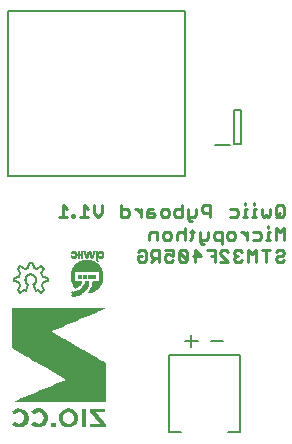
<source format=gbr>
G04 EAGLE Gerber RS-274X export*
G75*
%MOMM*%
%FSLAX34Y34*%
%LPD*%
%INSilkscreen Bottom*%
%IPPOS*%
%AMOC8*
5,1,8,0,0,1.08239X$1,22.5*%
G01*
%ADD10C,0.254000*%
%ADD11C,0.177800*%
%ADD12C,0.127000*%
%ADD13C,0.200000*%
%ADD14C,0.152400*%
%ADD15R,0.220000X0.020000*%
%ADD16R,0.200000X0.020000*%
%ADD17R,0.210000X0.020000*%
%ADD18R,0.250000X0.020000*%
%ADD19R,0.300000X0.020000*%
%ADD20R,0.190000X0.020000*%
%ADD21R,0.340000X0.020000*%
%ADD22R,0.320000X0.010000*%
%ADD23R,0.200000X0.010000*%
%ADD24R,0.210000X0.010000*%
%ADD25R,0.220000X0.010000*%
%ADD26R,0.190000X0.010000*%
%ADD27R,0.360000X0.010000*%
%ADD28R,0.350000X0.010000*%
%ADD29R,0.400000X0.010000*%
%ADD30R,0.370000X0.010000*%
%ADD31R,0.240000X0.010000*%
%ADD32R,0.420000X0.010000*%
%ADD33R,0.600000X0.010000*%
%ADD34R,0.440000X0.010000*%
%ADD35R,0.610000X0.010000*%
%ADD36R,0.250000X0.010000*%
%ADD37R,0.180000X0.010000*%
%ADD38R,0.470000X0.010000*%
%ADD39R,0.620000X0.010000*%
%ADD40R,0.260000X0.010000*%
%ADD41R,0.480000X0.010000*%
%ADD42R,0.630000X0.010000*%
%ADD43R,0.500000X0.010000*%
%ADD44R,0.640000X0.010000*%
%ADD45R,0.510000X0.010000*%
%ADD46R,0.270000X0.010000*%
%ADD47R,0.520000X0.010000*%
%ADD48R,0.650000X0.010000*%
%ADD49R,0.280000X0.010000*%
%ADD50R,0.540000X0.010000*%
%ADD51R,0.660000X0.010000*%
%ADD52R,0.290000X0.010000*%
%ADD53R,0.530000X0.010000*%
%ADD54R,0.310000X0.010000*%
%ADD55R,0.300000X0.010000*%
%ADD56R,0.140000X0.010000*%
%ADD57R,0.100000X0.010000*%
%ADD58R,0.230000X0.010000*%
%ADD59R,0.080000X0.010000*%
%ADD60R,0.050000X0.010000*%
%ADD61R,0.020000X0.010000*%
%ADD62R,0.330000X0.010000*%
%ADD63R,0.330000X0.020000*%
%ADD64R,0.180000X0.020000*%
%ADD65R,0.160000X0.020000*%
%ADD66R,0.170000X0.020000*%
%ADD67R,0.430000X0.020000*%
%ADD68R,0.160000X0.010000*%
%ADD69R,0.430000X0.010000*%
%ADD70R,0.170000X0.010000*%
%ADD71R,0.150000X0.010000*%
%ADD72R,0.340000X0.010000*%
%ADD73R,0.040000X0.010000*%
%ADD74R,0.070000X0.010000*%
%ADD75R,0.650000X0.020000*%
%ADD76R,0.290000X0.020000*%
%ADD77R,0.280000X0.020000*%
%ADD78R,0.540000X0.020000*%
%ADD79R,0.640000X0.020000*%
%ADD80R,0.270000X0.020000*%
%ADD81R,0.500000X0.020000*%
%ADD82R,0.630000X0.020000*%
%ADD83R,0.260000X0.020000*%
%ADD84R,0.480000X0.020000*%
%ADD85R,0.610000X0.020000*%
%ADD86R,0.440000X0.020000*%
%ADD87R,0.590000X0.010000*%
%ADD88R,0.390000X0.010000*%
%ADD89R,0.130000X0.010000*%
%ADD90R,0.130000X0.020000*%
%ADD91R,0.470000X0.020000*%
%ADD92R,0.670000X0.020000*%
%ADD93R,0.750000X0.010000*%
%ADD94R,0.810000X0.010000*%
%ADD95R,0.890000X0.010000*%
%ADD96R,0.930000X0.010000*%
%ADD97R,0.990000X0.010000*%
%ADD98R,1.030000X0.010000*%
%ADD99R,1.070000X0.010000*%
%ADD100R,1.130000X0.010000*%
%ADD101R,1.170000X0.010000*%
%ADD102R,1.230000X0.010000*%
%ADD103R,1.250000X0.010000*%
%ADD104R,1.300000X0.010000*%
%ADD105R,1.330000X0.010000*%
%ADD106R,1.350000X0.010000*%
%ADD107R,1.400000X0.010000*%
%ADD108R,1.430000X0.010000*%
%ADD109R,1.470000X0.010000*%
%ADD110R,1.510000X0.010000*%
%ADD111R,1.530000X0.010000*%
%ADD112R,1.570000X0.010000*%
%ADD113R,1.590000X0.010000*%
%ADD114R,1.610000X0.010000*%
%ADD115R,1.630000X0.010000*%
%ADD116R,1.670000X0.010000*%
%ADD117R,1.710000X0.010000*%
%ADD118R,1.730000X0.010000*%
%ADD119R,1.750000X0.010000*%
%ADD120R,1.770000X0.010000*%
%ADD121R,1.790000X0.010000*%
%ADD122R,1.810000X0.010000*%
%ADD123R,1.830000X0.010000*%
%ADD124R,1.870000X0.010000*%
%ADD125R,1.890000X0.010000*%
%ADD126R,1.910000X0.010000*%
%ADD127R,1.930000X0.010000*%
%ADD128R,1.950000X0.010000*%
%ADD129R,1.970000X0.010000*%
%ADD130R,1.980000X0.010000*%
%ADD131R,2.010000X0.010000*%
%ADD132R,2.030000X0.010000*%
%ADD133R,2.050000X0.010000*%
%ADD134R,2.070000X0.010000*%
%ADD135R,2.080000X0.010000*%
%ADD136R,2.100000X0.010000*%
%ADD137R,2.110000X0.010000*%
%ADD138R,2.130000X0.010000*%
%ADD139R,2.150000X0.010000*%
%ADD140R,2.170000X0.010000*%
%ADD141R,2.190000X0.010000*%
%ADD142R,2.210000X0.010000*%
%ADD143R,2.230000X0.010000*%
%ADD144R,2.240000X0.010000*%
%ADD145R,2.250000X0.010000*%
%ADD146R,2.270000X0.010000*%
%ADD147R,2.290000X0.010000*%
%ADD148R,2.300000X0.010000*%
%ADD149R,2.310000X0.010000*%
%ADD150R,2.330000X0.010000*%
%ADD151R,2.350000X0.010000*%
%ADD152R,2.370000X0.010000*%
%ADD153R,2.390000X0.010000*%
%ADD154R,2.410000X0.010000*%
%ADD155R,2.420000X0.010000*%
%ADD156R,2.430000X0.010000*%
%ADD157R,2.450000X0.010000*%
%ADD158R,2.470000X0.010000*%
%ADD159R,2.490000X0.010000*%
%ADD160R,2.510000X0.010000*%
%ADD161R,2.530000X0.010000*%
%ADD162R,2.540000X0.010000*%
%ADD163R,2.550000X0.010000*%
%ADD164R,2.560000X0.010000*%
%ADD165R,2.570000X0.010000*%
%ADD166R,2.580000X0.010000*%
%ADD167R,2.590000X0.010000*%
%ADD168R,2.600000X0.010000*%
%ADD169R,2.610000X0.010000*%
%ADD170R,2.630000X0.010000*%
%ADD171R,2.640000X0.010000*%
%ADD172R,2.650000X0.010000*%
%ADD173R,2.670000X0.010000*%
%ADD174R,0.380000X0.010000*%
%ADD175R,0.830000X0.010000*%
%ADD176R,0.880000X0.010000*%
%ADD177R,0.870000X0.010000*%
%ADD178R,0.820000X0.010000*%
%ADD179R,0.850000X0.010000*%
%ADD180R,0.800000X0.010000*%
%ADD181R,0.790000X0.010000*%
%ADD182R,0.770000X0.010000*%
%ADD183R,0.730000X0.010000*%
%ADD184R,0.720000X0.010000*%
%ADD185R,0.780000X0.010000*%
%ADD186R,0.700000X0.010000*%
%ADD187R,0.670000X0.010000*%
%ADD188R,0.760000X0.010000*%
%ADD189R,0.410000X0.010000*%
%ADD190R,0.570000X0.010000*%
%ADD191R,0.710000X0.010000*%
%ADD192R,0.690000X0.010000*%
%ADD193R,0.680000X0.010000*%
%ADD194R,0.450000X0.010000*%
%ADD195R,0.460000X0.010000*%
%ADD196R,0.120000X0.010000*%
%ADD197R,0.580000X0.010000*%
%ADD198R,0.560000X0.010000*%
%ADD199R,0.550000X0.010000*%
%ADD200R,0.490000X0.010000*%
%ADD201R,1.000000X0.010000*%
%ADD202R,0.980000X0.010000*%
%ADD203R,0.950000X0.010000*%
%ADD204R,0.940000X0.010000*%
%ADD205R,0.920000X0.010000*%
%ADD206R,0.860000X0.010000*%

G36*
X243699Y162162D02*
X243699Y162162D01*
X243698Y162162D01*
X243699Y162163D01*
X243696Y164553D01*
X243691Y166940D01*
X243688Y169329D01*
X243683Y171719D01*
X243680Y174106D01*
X243675Y176495D01*
X243672Y178882D01*
X243672Y178885D01*
X243667Y181272D01*
X243664Y183662D01*
X243662Y186049D01*
X243656Y188438D01*
X243654Y190825D01*
X243648Y193215D01*
X243646Y195602D01*
X243641Y195608D01*
X243640Y195612D01*
X241338Y196946D01*
X239036Y198279D01*
X236737Y199613D01*
X232134Y202280D01*
X229835Y203613D01*
X225232Y206280D01*
X222933Y207614D01*
X220631Y208947D01*
X218324Y210286D01*
X216018Y211622D01*
X213713Y212958D01*
X211406Y214297D01*
X209099Y215636D01*
X206795Y216972D01*
X204488Y218311D01*
X202184Y219650D01*
X199877Y220991D01*
X197596Y222324D01*
X199990Y223360D01*
X202415Y224389D01*
X204839Y225416D01*
X207266Y226440D01*
X209693Y227461D01*
X212120Y228483D01*
X214547Y229502D01*
X216976Y230523D01*
X219403Y231539D01*
X221710Y232507D01*
X224014Y233476D01*
X226321Y234441D01*
X228626Y235409D01*
X230933Y236375D01*
X233237Y237343D01*
X235544Y238311D01*
X237848Y239279D01*
X240155Y240247D01*
X242459Y241215D01*
X242460Y241215D01*
X243638Y241717D01*
X243641Y241722D01*
X243645Y241726D01*
X243644Y241728D01*
X243645Y241731D01*
X243638Y241734D01*
X243634Y241740D01*
X238332Y241740D01*
X235681Y241742D01*
X211824Y241742D01*
X209173Y241745D01*
X187971Y241745D01*
X185320Y241748D01*
X164114Y241748D01*
X164103Y241737D01*
X164103Y241736D01*
X164102Y241736D01*
X164105Y239343D01*
X164110Y236948D01*
X164113Y234556D01*
X164118Y232161D01*
X164121Y229769D01*
X164124Y227374D01*
X164129Y224979D01*
X164132Y222587D01*
X164137Y220192D01*
X164140Y217799D01*
X164145Y215404D01*
X164148Y213012D01*
X164153Y210617D01*
X164156Y208222D01*
X164161Y208216D01*
X164162Y208212D01*
X166458Y206884D01*
X168752Y205553D01*
X171048Y204225D01*
X173344Y202894D01*
X175638Y201563D01*
X177934Y200235D01*
X180228Y198904D01*
X182524Y197573D01*
X184820Y196245D01*
X187114Y194914D01*
X194019Y190914D01*
X196320Y189577D01*
X200924Y186910D01*
X203223Y185574D01*
X205524Y184241D01*
X207823Y182902D01*
X210102Y181575D01*
X207678Y180520D01*
X205222Y179478D01*
X202768Y178440D01*
X200312Y177403D01*
X197853Y176368D01*
X195394Y175333D01*
X192935Y174301D01*
X190476Y173269D01*
X188171Y172303D01*
X185864Y171335D01*
X183558Y170367D01*
X181251Y169402D01*
X178946Y168434D01*
X176639Y167465D01*
X174332Y166500D01*
X172028Y165532D01*
X169721Y164564D01*
X167417Y163596D01*
X165737Y162889D01*
X164056Y162182D01*
X164054Y162177D01*
X164049Y162173D01*
X164051Y162171D01*
X164050Y162168D01*
X164056Y162165D01*
X164061Y162159D01*
X169368Y162159D01*
X172022Y162156D01*
X206528Y162156D01*
X209181Y162154D01*
X241033Y162154D01*
X243687Y162151D01*
X243699Y162162D01*
G37*
G36*
X212484Y141010D02*
X212484Y141010D01*
X213873Y141079D01*
X213875Y141081D01*
X213876Y141080D01*
X216061Y141829D01*
X216062Y141831D01*
X216064Y141831D01*
X217963Y143140D01*
X217963Y143142D01*
X217965Y143142D01*
X219421Y144932D01*
X219421Y144934D01*
X219423Y144935D01*
X220295Y147069D01*
X220294Y147071D01*
X220296Y147072D01*
X220477Y149091D01*
X220476Y149092D01*
X220477Y149093D01*
X220248Y151104D01*
X220246Y151106D01*
X220247Y151108D01*
X219220Y153404D01*
X219218Y153405D01*
X219218Y153407D01*
X217562Y155301D01*
X217560Y155301D01*
X217559Y155303D01*
X216028Y156242D01*
X216027Y156242D01*
X216027Y156243D01*
X214357Y156912D01*
X214355Y156911D01*
X214354Y156913D01*
X212484Y157084D01*
X212170Y157113D01*
X212168Y157112D01*
X212167Y157113D01*
X209980Y156921D01*
X209979Y156919D01*
X209977Y156920D01*
X208099Y156155D01*
X208099Y156153D01*
X208097Y156154D01*
X206417Y155023D01*
X206416Y155021D01*
X206415Y155021D01*
X204990Y153332D01*
X204990Y153330D01*
X204988Y153329D01*
X204122Y151300D01*
X204122Y151298D01*
X204121Y151296D01*
X203857Y149102D01*
X203858Y149100D01*
X203857Y149099D01*
X203998Y147286D01*
X204000Y147284D01*
X203999Y147282D01*
X204623Y145576D01*
X204625Y145575D01*
X204624Y145573D01*
X205891Y143653D01*
X205893Y143652D01*
X205893Y143650D01*
X207653Y142173D01*
X207656Y142173D01*
X207656Y142171D01*
X209766Y141248D01*
X209768Y141249D01*
X209769Y141247D01*
X211812Y140975D01*
X211813Y140976D01*
X211814Y140975D01*
X212484Y141010D01*
G37*
G36*
X243699Y141258D02*
X243699Y141258D01*
X243698Y141258D01*
X243699Y141259D01*
X243694Y142566D01*
X243688Y143873D01*
X243685Y143877D01*
X243685Y143881D01*
X242259Y145534D01*
X239405Y148841D01*
X237978Y150495D01*
X235141Y153782D01*
X237177Y153795D01*
X239241Y153809D01*
X241303Y153822D01*
X243367Y153838D01*
X243379Y153849D01*
X243378Y153849D01*
X243379Y153850D01*
X243379Y156832D01*
X243368Y156844D01*
X243368Y156843D01*
X243367Y156844D01*
X230565Y156844D01*
X230554Y156833D01*
X230554Y156832D01*
X230553Y156832D01*
X230553Y154322D01*
X230557Y154318D01*
X230556Y154314D01*
X231994Y152645D01*
X233431Y150975D01*
X234866Y149303D01*
X236304Y147633D01*
X237739Y145964D01*
X239159Y144311D01*
X238522Y144303D01*
X238520Y144303D01*
X237563Y144291D01*
X237561Y144291D01*
X237043Y144285D01*
X236604Y144279D01*
X236602Y144279D01*
X235645Y144267D01*
X235643Y144267D01*
X235642Y144267D01*
X234902Y144258D01*
X234686Y144255D01*
X234684Y144255D01*
X233728Y144243D01*
X233726Y144243D01*
X232770Y144232D01*
X232768Y144232D01*
X232768Y144231D01*
X232760Y144231D01*
X231811Y144220D01*
X231809Y144220D01*
X230852Y144208D01*
X230850Y144208D01*
X230619Y144205D01*
X230607Y144194D01*
X230607Y144193D01*
X230577Y142726D01*
X230548Y141259D01*
X230558Y141247D01*
X230559Y141248D01*
X230560Y141247D01*
X243687Y141247D01*
X243699Y141258D01*
G37*
G36*
X188662Y141090D02*
X188662Y141090D01*
X188664Y141092D01*
X188666Y141091D01*
X190986Y141949D01*
X190987Y141952D01*
X190989Y141951D01*
X192931Y143482D01*
X192931Y143484D01*
X192933Y143485D01*
X194304Y145544D01*
X194304Y145546D01*
X194305Y145546D01*
X194868Y147221D01*
X194868Y147222D01*
X194867Y147223D01*
X194869Y147224D01*
X194997Y148993D01*
X194996Y148994D01*
X194997Y148994D01*
X194842Y150923D01*
X194840Y150924D01*
X194841Y150926D01*
X194156Y152731D01*
X194154Y152732D01*
X194155Y152734D01*
X193011Y154497D01*
X193008Y154497D01*
X193008Y154499D01*
X191411Y155862D01*
X191409Y155862D01*
X191408Y155864D01*
X189504Y156755D01*
X189502Y156754D01*
X189502Y156755D01*
X188163Y157081D01*
X188161Y157080D01*
X188160Y157081D01*
X187931Y157084D01*
X187929Y157084D01*
X187049Y157096D01*
X187047Y157096D01*
X186781Y157100D01*
X186781Y157099D01*
X186781Y157100D01*
X186629Y157096D01*
X186628Y157096D01*
X186126Y157084D01*
X186125Y157084D01*
X185623Y157072D01*
X185621Y157072D01*
X185431Y157068D01*
X185430Y157067D01*
X185429Y157067D01*
X184112Y156801D01*
X184111Y156800D01*
X184110Y156800D01*
X182632Y156211D01*
X182631Y156209D01*
X182630Y156210D01*
X181313Y155321D01*
X181312Y155318D01*
X181309Y155318D01*
X180829Y154552D01*
X180831Y154543D01*
X180830Y154538D01*
X181819Y153376D01*
X181820Y153375D01*
X182844Y152239D01*
X182850Y152238D01*
X182851Y152237D01*
X182856Y152237D01*
X182856Y152238D01*
X182860Y152237D01*
X182860Y152238D01*
X183451Y152672D01*
X185177Y153654D01*
X187138Y153915D01*
X188571Y153617D01*
X189797Y152820D01*
X190995Y151101D01*
X191404Y149047D01*
X190995Y146990D01*
X189797Y145274D01*
X188561Y144473D01*
X187114Y144176D01*
X185145Y144407D01*
X183427Y145414D01*
X182735Y145954D01*
X182719Y145953D01*
X181625Y144868D01*
X180535Y143780D01*
X180534Y143776D01*
X180534Y143775D01*
X180534Y143764D01*
X180535Y143764D01*
X180535Y143763D01*
X181039Y143246D01*
X181040Y143246D01*
X181040Y143245D01*
X182253Y142266D01*
X182255Y142266D01*
X182255Y142265D01*
X183620Y141510D01*
X183623Y141511D01*
X183624Y141509D01*
X186115Y140981D01*
X186116Y140982D01*
X186118Y140980D01*
X188662Y141090D01*
G37*
G36*
X171636Y141004D02*
X171636Y141004D01*
X171637Y141006D01*
X171639Y141005D01*
X173983Y141722D01*
X173984Y141724D01*
X173986Y141724D01*
X176067Y143153D01*
X176067Y143156D01*
X176069Y143156D01*
X177574Y145180D01*
X177573Y145183D01*
X177575Y145184D01*
X178378Y147579D01*
X178377Y147581D01*
X178379Y147582D01*
X178435Y150105D01*
X178433Y150107D01*
X178434Y150107D01*
X178433Y150107D01*
X178434Y150109D01*
X177728Y152533D01*
X177725Y152535D01*
X177726Y152537D01*
X176299Y154617D01*
X176297Y154617D01*
X176297Y154619D01*
X174392Y156129D01*
X174390Y156129D01*
X174389Y156131D01*
X172112Y156976D01*
X172109Y156975D01*
X172108Y156977D01*
X169681Y157134D01*
X169680Y157133D01*
X169678Y157134D01*
X167078Y156638D01*
X167076Y156636D01*
X167074Y156637D01*
X164775Y155327D01*
X164774Y155324D01*
X164772Y155324D01*
X164238Y154612D01*
X164239Y154600D01*
X164239Y154597D01*
X165255Y153402D01*
X166303Y152239D01*
X166319Y152237D01*
X167023Y152744D01*
X168407Y153572D01*
X169980Y153915D01*
X171927Y153665D01*
X173541Y152551D01*
X174709Y150350D01*
X174730Y147855D01*
X173610Y145628D01*
X172100Y144513D01*
X170254Y144154D01*
X168447Y144468D01*
X166868Y145416D01*
X166181Y145944D01*
X166165Y145943D01*
X165135Y144911D01*
X165135Y144910D01*
X164105Y143761D01*
X164105Y143745D01*
X164106Y143745D01*
X164106Y143744D01*
X165813Y142178D01*
X165816Y142178D01*
X165816Y142176D01*
X167643Y141344D01*
X167645Y141345D01*
X167646Y141343D01*
X169622Y140965D01*
X169624Y140966D01*
X169625Y140964D01*
X171636Y141004D01*
G37*
%LPC*%
G36*
X213035Y144281D02*
X213035Y144281D01*
X212657Y144293D01*
X212483Y144298D01*
X212247Y144306D01*
X211875Y144318D01*
X211874Y144318D01*
X211502Y144330D01*
X211130Y144341D01*
X211129Y144341D01*
X210758Y144353D01*
X210757Y144353D01*
X210740Y144354D01*
X208575Y145793D01*
X207598Y147794D01*
X207553Y150018D01*
X208447Y152053D01*
X210155Y153476D01*
X212171Y153942D01*
X212481Y153876D01*
X214198Y153506D01*
X215820Y152221D01*
X216784Y150047D01*
X216685Y147671D01*
X215520Y145602D01*
X213325Y144272D01*
X213035Y144281D01*
G37*
%LPD*%
G36*
X227166Y141258D02*
X227166Y141258D01*
X227165Y141258D01*
X227166Y141259D01*
X227166Y156832D01*
X227156Y156844D01*
X227155Y156843D01*
X227154Y156844D01*
X223740Y156844D01*
X223729Y156833D01*
X223729Y156832D01*
X223729Y141259D01*
X223739Y141247D01*
X223740Y141248D01*
X223740Y141247D01*
X227154Y141247D01*
X227166Y141258D01*
G37*
G36*
X201246Y141258D02*
X201246Y141258D01*
X201245Y141258D01*
X201246Y141259D01*
X201246Y144780D01*
X201235Y144791D01*
X201234Y144791D01*
X197607Y144791D01*
X197595Y144781D01*
X197595Y144780D01*
X197595Y141259D01*
X197605Y141247D01*
X197606Y141248D01*
X197607Y141247D01*
X201234Y141247D01*
X201246Y141258D01*
G37*
D10*
X394386Y320681D02*
X394386Y327460D01*
X392691Y329155D01*
X389302Y329155D01*
X387607Y327460D01*
X387607Y320681D01*
X389302Y318986D01*
X392691Y318986D01*
X394386Y320681D01*
X390996Y322376D02*
X387607Y318986D01*
X382692Y320681D02*
X382692Y325765D01*
X382692Y320681D02*
X380997Y318986D01*
X379302Y320681D01*
X377608Y318986D01*
X375913Y320681D01*
X375913Y325765D01*
X370998Y325765D02*
X369303Y325765D01*
X369303Y318986D01*
X367609Y318986D02*
X370998Y318986D01*
X369303Y329155D02*
X369303Y330849D01*
X363202Y325765D02*
X361507Y325765D01*
X361507Y318986D01*
X359813Y318986D02*
X363202Y318986D01*
X361507Y329155D02*
X361507Y330849D01*
X353711Y325765D02*
X348627Y325765D01*
X353711Y325765D02*
X355406Y324070D01*
X355406Y320681D01*
X353711Y318986D01*
X348627Y318986D01*
X332018Y318986D02*
X332018Y329155D01*
X326934Y329155D01*
X325239Y327460D01*
X325239Y324070D01*
X326934Y322376D01*
X332018Y322376D01*
X320324Y320681D02*
X320324Y325765D01*
X320324Y320681D02*
X318629Y318986D01*
X313545Y318986D01*
X313545Y317291D02*
X313545Y325765D01*
X313545Y317291D02*
X315240Y315596D01*
X316935Y315596D01*
X308630Y318986D02*
X308630Y329155D01*
X308630Y318986D02*
X303546Y318986D01*
X301851Y320681D01*
X301851Y324070D01*
X303546Y325765D01*
X308630Y325765D01*
X295242Y318986D02*
X291852Y318986D01*
X290157Y320681D01*
X290157Y324070D01*
X291852Y325765D01*
X295242Y325765D01*
X296936Y324070D01*
X296936Y320681D01*
X295242Y318986D01*
X283548Y325765D02*
X280158Y325765D01*
X278463Y324070D01*
X278463Y318986D01*
X283548Y318986D01*
X285242Y320681D01*
X283548Y322376D01*
X278463Y322376D01*
X273548Y318986D02*
X273548Y325765D01*
X273548Y322376D02*
X270159Y325765D01*
X268464Y325765D01*
X257024Y329155D02*
X257024Y318986D01*
X262109Y318986D01*
X263803Y320681D01*
X263803Y324070D01*
X262109Y325765D01*
X257024Y325765D01*
X240415Y329155D02*
X240415Y322376D01*
X237026Y318986D01*
X233636Y322376D01*
X233636Y329155D01*
X228721Y325765D02*
X225332Y329155D01*
X225332Y318986D01*
X228721Y318986D02*
X221942Y318986D01*
X217028Y318986D02*
X217028Y320681D01*
X215333Y320681D01*
X215333Y318986D01*
X217028Y318986D01*
X211181Y325765D02*
X207791Y329155D01*
X207791Y318986D01*
X211181Y318986D02*
X204401Y318986D01*
X394386Y310105D02*
X394386Y299936D01*
X390996Y306715D02*
X394386Y310105D01*
X390996Y306715D02*
X387607Y310105D01*
X387607Y299936D01*
X382692Y306715D02*
X380997Y306715D01*
X380997Y299936D01*
X382692Y299936D02*
X379302Y299936D01*
X380997Y310105D02*
X380997Y311799D01*
X373201Y306715D02*
X368117Y306715D01*
X373201Y306715D02*
X374896Y305020D01*
X374896Y301631D01*
X373201Y299936D01*
X368117Y299936D01*
X363202Y299936D02*
X363202Y306715D01*
X363202Y303326D02*
X359813Y306715D01*
X358118Y306715D01*
X351762Y299936D02*
X348373Y299936D01*
X346678Y301631D01*
X346678Y305020D01*
X348373Y306715D01*
X351762Y306715D01*
X353457Y305020D01*
X353457Y301631D01*
X351762Y299936D01*
X341763Y296546D02*
X341763Y306715D01*
X336679Y306715D01*
X334984Y305020D01*
X334984Y301631D01*
X336679Y299936D01*
X341763Y299936D01*
X330069Y301631D02*
X330069Y306715D01*
X330069Y301631D02*
X328374Y299936D01*
X323290Y299936D01*
X323290Y298241D02*
X323290Y306715D01*
X323290Y298241D02*
X324985Y296546D01*
X326680Y296546D01*
X316680Y301631D02*
X316680Y308410D01*
X316680Y301631D02*
X314986Y299936D01*
X314986Y306715D02*
X318375Y306715D01*
X310579Y310105D02*
X310579Y299936D01*
X310579Y305020D02*
X308884Y306715D01*
X305495Y306715D01*
X303800Y305020D01*
X303800Y299936D01*
X297191Y299936D02*
X293801Y299936D01*
X292106Y301631D01*
X292106Y305020D01*
X293801Y306715D01*
X297191Y306715D01*
X298885Y305020D01*
X298885Y301631D01*
X297191Y299936D01*
X287191Y299936D02*
X287191Y306715D01*
X282107Y306715D01*
X280412Y305020D01*
X280412Y299936D01*
X387607Y289360D02*
X389302Y291055D01*
X392691Y291055D01*
X394386Y289360D01*
X394386Y287665D01*
X392691Y285970D01*
X389302Y285970D01*
X387607Y284276D01*
X387607Y282581D01*
X389302Y280886D01*
X392691Y280886D01*
X394386Y282581D01*
X379302Y280886D02*
X379302Y291055D01*
X375913Y291055D02*
X382692Y291055D01*
X370998Y291055D02*
X370998Y280886D01*
X367609Y287665D02*
X370998Y291055D01*
X367609Y287665D02*
X364219Y291055D01*
X364219Y280886D01*
X359304Y289360D02*
X357609Y291055D01*
X354220Y291055D01*
X352525Y289360D01*
X352525Y287665D01*
X354220Y285970D01*
X355915Y285970D01*
X354220Y285970D02*
X352525Y284276D01*
X352525Y282581D01*
X354220Y280886D01*
X357609Y280886D01*
X359304Y282581D01*
X347610Y280886D02*
X340831Y280886D01*
X347610Y280886D02*
X340831Y287665D01*
X340831Y289360D01*
X342526Y291055D01*
X345915Y291055D01*
X347610Y289360D01*
X335916Y291055D02*
X335916Y280886D01*
X335916Y291055D02*
X329137Y291055D01*
X332527Y285970D02*
X335916Y285970D01*
X319138Y280886D02*
X319138Y291055D01*
X324222Y285970D01*
X317443Y285970D01*
X312528Y282581D02*
X312528Y289360D01*
X310833Y291055D01*
X307444Y291055D01*
X305749Y289360D01*
X305749Y282581D01*
X307444Y280886D01*
X310833Y280886D01*
X312528Y282581D01*
X305749Y289360D01*
X300834Y291055D02*
X294055Y291055D01*
X300834Y291055D02*
X300834Y285970D01*
X297445Y287665D01*
X295750Y287665D01*
X294055Y285970D01*
X294055Y282581D01*
X295750Y280886D01*
X299139Y280886D01*
X300834Y282581D01*
X289140Y280886D02*
X289140Y291055D01*
X284056Y291055D01*
X282361Y289360D01*
X282361Y285970D01*
X284056Y284276D01*
X289140Y284276D01*
X285751Y284276D02*
X282361Y280886D01*
X272362Y291055D02*
X270667Y289360D01*
X272362Y291055D02*
X275752Y291055D01*
X277446Y289360D01*
X277446Y282581D01*
X275752Y280886D01*
X272362Y280886D01*
X270667Y282581D01*
X270667Y285970D01*
X274057Y285970D01*
D11*
X310938Y214345D02*
X321615Y214345D01*
X316276Y219683D02*
X316276Y209006D01*
X332528Y214345D02*
X343205Y214345D01*
D12*
X310706Y353606D02*
X310706Y493606D01*
X277706Y493606D01*
X168706Y493606D01*
X160706Y493606D01*
X160706Y353606D01*
X310706Y353606D01*
D13*
X357584Y201948D02*
X357584Y136948D01*
X357584Y201948D02*
X297584Y201948D01*
X297584Y136948D01*
X347584Y136948D02*
X357584Y136948D01*
X307584Y136948D02*
X297584Y136948D01*
X352016Y380686D02*
X358016Y380686D01*
X358016Y409686D01*
X352016Y409686D01*
X352016Y380686D01*
X348516Y380186D02*
X336516Y380186D01*
D14*
X182296Y262090D02*
X184836Y256248D01*
X186106Y257010D01*
X189154Y254978D01*
X191440Y257264D01*
X189408Y260566D01*
X190678Y263868D01*
X194488Y264630D01*
X194488Y267932D01*
X190678Y268440D01*
X189154Y271742D01*
X191440Y275044D01*
X189154Y277330D01*
X185852Y275044D01*
X182804Y276314D01*
X182042Y280378D01*
X178740Y280378D01*
X177978Y276314D01*
X174930Y275044D01*
X171374Y277330D01*
X169088Y275044D01*
X171374Y271742D01*
X170104Y268694D01*
X166294Y267932D01*
X166294Y264630D01*
X169850Y263868D01*
X171374Y260566D01*
X169088Y257264D01*
X171374Y254978D01*
X174422Y257010D01*
X175946Y256248D01*
X178232Y262090D01*
X178113Y262152D01*
X177995Y262217D01*
X177880Y262286D01*
X177766Y262358D01*
X177655Y262434D01*
X177546Y262513D01*
X177439Y262595D01*
X177335Y262680D01*
X177234Y262768D01*
X177135Y262859D01*
X177039Y262953D01*
X176946Y263050D01*
X176855Y263149D01*
X176768Y263251D01*
X176683Y263356D01*
X176602Y263463D01*
X176524Y263573D01*
X176450Y263685D01*
X176378Y263799D01*
X176310Y263915D01*
X176246Y264033D01*
X176185Y264152D01*
X176127Y264274D01*
X176073Y264397D01*
X176023Y264522D01*
X175977Y264648D01*
X175934Y264776D01*
X175895Y264904D01*
X175860Y265034D01*
X175829Y265165D01*
X175802Y265297D01*
X175778Y265429D01*
X175759Y265562D01*
X175743Y265696D01*
X175732Y265829D01*
X175724Y265964D01*
X175720Y266098D01*
X175721Y266233D01*
X175725Y266367D01*
X175733Y266501D01*
X175746Y266635D01*
X175762Y266769D01*
X175782Y266901D01*
X175806Y267034D01*
X175834Y267165D01*
X175866Y267296D01*
X175902Y267426D01*
X175941Y267554D01*
X175984Y267681D01*
X176031Y267807D01*
X176082Y267932D01*
X176137Y268055D01*
X176195Y268176D01*
X176256Y268295D01*
X176321Y268413D01*
X176390Y268529D01*
X176462Y268642D01*
X176537Y268754D01*
X176616Y268863D01*
X176697Y268970D01*
X176782Y269074D01*
X176870Y269176D01*
X176961Y269275D01*
X177055Y269371D01*
X177152Y269465D01*
X177251Y269555D01*
X177353Y269643D01*
X177457Y269728D01*
X177564Y269809D01*
X177674Y269887D01*
X177785Y269962D01*
X177899Y270034D01*
X178015Y270102D01*
X178133Y270167D01*
X178252Y270228D01*
X178374Y270286D01*
X178497Y270340D01*
X178621Y270391D01*
X178747Y270437D01*
X178875Y270480D01*
X179003Y270520D01*
X179133Y270555D01*
X179264Y270587D01*
X179395Y270614D01*
X179528Y270638D01*
X179661Y270658D01*
X179794Y270674D01*
X179928Y270686D01*
X180062Y270694D01*
X180197Y270698D01*
X180331Y270698D01*
X180466Y270694D01*
X180600Y270686D01*
X180734Y270674D01*
X180867Y270658D01*
X181000Y270638D01*
X181133Y270614D01*
X181264Y270587D01*
X181395Y270555D01*
X181525Y270520D01*
X181653Y270480D01*
X181781Y270437D01*
X181907Y270391D01*
X182031Y270340D01*
X182154Y270286D01*
X182276Y270228D01*
X182395Y270167D01*
X182513Y270102D01*
X182629Y270034D01*
X182743Y269962D01*
X182854Y269887D01*
X182964Y269809D01*
X183071Y269728D01*
X183175Y269643D01*
X183277Y269555D01*
X183376Y269465D01*
X183473Y269371D01*
X183567Y269275D01*
X183658Y269176D01*
X183746Y269074D01*
X183831Y268970D01*
X183912Y268863D01*
X183991Y268754D01*
X184066Y268642D01*
X184138Y268529D01*
X184207Y268413D01*
X184272Y268295D01*
X184333Y268176D01*
X184391Y268055D01*
X184446Y267932D01*
X184497Y267807D01*
X184544Y267681D01*
X184587Y267554D01*
X184626Y267426D01*
X184662Y267296D01*
X184694Y267165D01*
X184722Y267034D01*
X184746Y266901D01*
X184766Y266769D01*
X184782Y266635D01*
X184795Y266501D01*
X184803Y266367D01*
X184807Y266233D01*
X184808Y266098D01*
X184804Y265964D01*
X184796Y265829D01*
X184785Y265696D01*
X184769Y265562D01*
X184750Y265429D01*
X184726Y265297D01*
X184699Y265165D01*
X184668Y265034D01*
X184633Y264904D01*
X184594Y264776D01*
X184551Y264648D01*
X184505Y264522D01*
X184455Y264397D01*
X184401Y264274D01*
X184343Y264152D01*
X184282Y264033D01*
X184218Y263915D01*
X184150Y263799D01*
X184078Y263685D01*
X184004Y263573D01*
X183926Y263463D01*
X183845Y263356D01*
X183760Y263251D01*
X183673Y263149D01*
X183582Y263050D01*
X183489Y262953D01*
X183393Y262859D01*
X183294Y262768D01*
X183193Y262680D01*
X183089Y262595D01*
X182982Y262513D01*
X182873Y262434D01*
X182762Y262358D01*
X182648Y262286D01*
X182533Y262217D01*
X182415Y262152D01*
X182296Y262090D01*
D15*
X239678Y289626D03*
D16*
X236678Y289626D03*
X234278Y289626D03*
X229978Y289626D03*
X225678Y289626D03*
D17*
X223428Y289626D03*
X220928Y289626D03*
D18*
X216628Y289626D03*
D19*
X239778Y289426D03*
D16*
X236678Y289426D03*
X234278Y289426D03*
D15*
X229978Y289426D03*
D20*
X225728Y289426D03*
D16*
X223378Y289426D03*
D17*
X220928Y289426D03*
D21*
X216578Y289426D03*
D22*
X239778Y289276D03*
D23*
X236678Y289276D03*
D24*
X234228Y289276D03*
D25*
X229978Y289276D03*
D26*
X225728Y289276D03*
D23*
X223378Y289276D03*
D24*
X220928Y289276D03*
D27*
X216578Y289276D03*
D28*
X239728Y289176D03*
D23*
X236678Y289176D03*
X234178Y289176D03*
D25*
X229978Y289176D03*
D26*
X225728Y289176D03*
D23*
X223378Y289176D03*
D24*
X220928Y289176D03*
D29*
X216578Y289176D03*
D30*
X239728Y289076D03*
D24*
X236728Y289076D03*
D23*
X234178Y289076D03*
D31*
X229978Y289076D03*
D26*
X225828Y289076D03*
D23*
X223378Y289076D03*
D24*
X220928Y289076D03*
D32*
X216578Y289076D03*
D33*
X238678Y288976D03*
D24*
X234128Y288976D03*
D31*
X229978Y288976D03*
D26*
X225828Y288976D03*
D23*
X223378Y288976D03*
D24*
X220928Y288976D03*
D34*
X216578Y288976D03*
D35*
X238728Y288876D03*
D23*
X234078Y288876D03*
D36*
X229928Y288876D03*
D37*
X225878Y288876D03*
D23*
X223378Y288876D03*
D24*
X220928Y288876D03*
D38*
X216628Y288876D03*
D39*
X238778Y288776D03*
D23*
X234078Y288776D03*
D40*
X229978Y288776D03*
D26*
X225928Y288776D03*
D23*
X223378Y288776D03*
D24*
X220928Y288776D03*
D41*
X216578Y288776D03*
D42*
X238828Y288676D03*
D23*
X233978Y288676D03*
D40*
X229978Y288676D03*
D26*
X225928Y288676D03*
D23*
X223378Y288676D03*
D24*
X220928Y288676D03*
D43*
X216578Y288676D03*
D44*
X238878Y288576D03*
D23*
X233978Y288576D03*
D40*
X229978Y288576D03*
D37*
X225978Y288576D03*
D23*
X223378Y288576D03*
D24*
X220928Y288576D03*
D45*
X216628Y288576D03*
D44*
X238878Y288476D03*
D23*
X233978Y288476D03*
D46*
X229928Y288476D03*
D26*
X226028Y288476D03*
D23*
X223378Y288476D03*
D24*
X220928Y288476D03*
D47*
X216578Y288476D03*
D48*
X238928Y288376D03*
D26*
X233928Y288376D03*
D49*
X229978Y288376D03*
D26*
X226028Y288376D03*
D23*
X223378Y288376D03*
D24*
X220928Y288376D03*
D50*
X216578Y288376D03*
D48*
X238928Y288276D03*
D26*
X233928Y288276D03*
D49*
X229978Y288276D03*
D37*
X226078Y288276D03*
D23*
X223378Y288276D03*
D24*
X220928Y288276D03*
D50*
X216678Y288276D03*
D51*
X238978Y288176D03*
D26*
X233828Y288176D03*
D52*
X229928Y288176D03*
D37*
X226078Y288176D03*
D23*
X223378Y288176D03*
D24*
X220928Y288176D03*
D53*
X216728Y288176D03*
D49*
X240878Y288076D03*
D54*
X237228Y288076D03*
D26*
X233828Y288076D03*
D52*
X229928Y288076D03*
D26*
X226128Y288076D03*
D23*
X223378Y288076D03*
D24*
X220928Y288076D03*
D49*
X218078Y288076D03*
D23*
X215278Y288076D03*
D36*
X241028Y287976D03*
D49*
X237078Y287976D03*
D26*
X233828Y287976D03*
D55*
X229978Y287976D03*
D37*
X226178Y287976D03*
D23*
X223378Y287976D03*
D24*
X220928Y287976D03*
D31*
X218278Y287976D03*
D56*
X215178Y287976D03*
D31*
X241178Y287876D03*
D40*
X236978Y287876D03*
D26*
X233728Y287876D03*
D54*
X229928Y287876D03*
D26*
X226228Y287876D03*
D23*
X223378Y287876D03*
D24*
X220928Y287876D03*
D31*
X218378Y287876D03*
D57*
X215178Y287876D03*
D58*
X241228Y287776D03*
D36*
X236928Y287776D03*
D26*
X233728Y287776D03*
D54*
X229928Y287776D03*
D26*
X226228Y287776D03*
D23*
X223378Y287776D03*
D24*
X220928Y287776D03*
D58*
X218428Y287776D03*
D59*
X215178Y287776D03*
D25*
X241278Y287676D03*
D31*
X236878Y287676D03*
D26*
X233728Y287676D03*
D22*
X229978Y287676D03*
D37*
X226278Y287676D03*
D23*
X223378Y287676D03*
D24*
X220928Y287676D03*
D58*
X218528Y287676D03*
D60*
X215228Y287676D03*
D58*
X241328Y287576D03*
D31*
X236878Y287576D03*
D37*
X233678Y287576D03*
D22*
X229978Y287576D03*
D37*
X226278Y287576D03*
D23*
X223378Y287576D03*
D24*
X220928Y287576D03*
D25*
X218578Y287576D03*
D61*
X215178Y287576D03*
D25*
X241378Y287476D03*
D58*
X236828Y287476D03*
D26*
X233628Y287476D03*
D22*
X229978Y287476D03*
D37*
X226378Y287476D03*
D23*
X223378Y287476D03*
D24*
X220928Y287476D03*
D25*
X218578Y287476D03*
D24*
X241428Y287376D03*
D25*
X236778Y287376D03*
D37*
X233578Y287376D03*
D62*
X229928Y287376D03*
D37*
X226378Y287376D03*
D23*
X223378Y287376D03*
D24*
X220928Y287376D03*
X218628Y287376D03*
D17*
X241428Y287326D03*
D15*
X236778Y287326D03*
D20*
X233528Y287326D03*
D63*
X229928Y287326D03*
D64*
X226378Y287326D03*
D16*
X223378Y287326D03*
D17*
X220928Y287326D03*
X218628Y287326D03*
D16*
X241478Y287126D03*
D17*
X236728Y287126D03*
D20*
X233528Y287126D03*
D65*
X230878Y287126D03*
D66*
X229028Y287126D03*
D64*
X226478Y287126D03*
D16*
X223378Y287126D03*
D17*
X220928Y287126D03*
D16*
X218678Y287126D03*
X241578Y286926D03*
X236678Y286926D03*
D20*
X233428Y286926D03*
D66*
X230928Y286926D03*
X229028Y286926D03*
D64*
X226578Y286926D03*
D16*
X223378Y286926D03*
D67*
X219828Y286926D03*
D23*
X241578Y286776D03*
X236678Y286776D03*
D26*
X233428Y286776D03*
D68*
X230978Y286776D03*
X228978Y286776D03*
D37*
X226578Y286776D03*
D23*
X223378Y286776D03*
D69*
X219828Y286776D03*
D23*
X241578Y286676D03*
X236678Y286676D03*
D37*
X233378Y286676D03*
D70*
X231028Y286676D03*
D68*
X228978Y286676D03*
D70*
X226628Y286676D03*
D23*
X223378Y286676D03*
D69*
X219828Y286676D03*
D23*
X241578Y286576D03*
X236678Y286576D03*
D26*
X233328Y286576D03*
D68*
X231078Y286576D03*
D70*
X228928Y286576D03*
X226628Y286576D03*
D23*
X223378Y286576D03*
D69*
X219828Y286576D03*
D23*
X241578Y286476D03*
X236678Y286476D03*
D26*
X233328Y286476D03*
D71*
X231128Y286476D03*
D68*
X228878Y286476D03*
D70*
X226628Y286476D03*
D23*
X223378Y286476D03*
D69*
X219828Y286476D03*
D23*
X241578Y286376D03*
X236678Y286376D03*
D26*
X233228Y286376D03*
D71*
X231128Y286376D03*
D70*
X228828Y286376D03*
X226728Y286376D03*
D23*
X223378Y286376D03*
D69*
X219828Y286376D03*
D23*
X241478Y286276D03*
X236678Y286276D03*
D26*
X233228Y286276D03*
D68*
X231178Y286276D03*
D70*
X228828Y286276D03*
X226728Y286276D03*
D23*
X223378Y286276D03*
D25*
X220878Y286276D03*
D23*
X218678Y286276D03*
X241478Y286176D03*
D24*
X236728Y286176D03*
D37*
X233178Y286176D03*
D70*
X231228Y286176D03*
X228828Y286176D03*
D68*
X226778Y286176D03*
D23*
X223378Y286176D03*
D24*
X220928Y286176D03*
D23*
X218678Y286176D03*
X241478Y286076D03*
D24*
X236728Y286076D03*
D37*
X233178Y286076D03*
D70*
X231228Y286076D03*
X228728Y286076D03*
X226828Y286076D03*
D23*
X223378Y286076D03*
D24*
X220928Y286076D03*
X218628Y286076D03*
X241428Y285976D03*
D25*
X236778Y285976D03*
D28*
X232228Y285976D03*
D70*
X228728Y285976D03*
X226828Y285976D03*
D23*
X223378Y285976D03*
D24*
X220928Y285976D03*
X218628Y285976D03*
X241428Y285876D03*
D25*
X236778Y285876D03*
D28*
X232228Y285876D03*
D70*
X228728Y285876D03*
D37*
X226878Y285876D03*
D23*
X223378Y285876D03*
D24*
X220928Y285876D03*
D25*
X218578Y285876D03*
X241378Y285776D03*
X236778Y285776D03*
D72*
X232278Y285776D03*
D28*
X227728Y285776D03*
D23*
X223378Y285776D03*
D24*
X220928Y285776D03*
D25*
X218578Y285776D03*
D73*
X215178Y285776D03*
D24*
X241328Y285676D03*
D58*
X236828Y285676D03*
D62*
X232228Y285676D03*
D72*
X227778Y285676D03*
D23*
X223378Y285676D03*
D24*
X220928Y285676D03*
D58*
X218528Y285676D03*
D74*
X215128Y285676D03*
D25*
X241278Y285576D03*
D31*
X236878Y285576D03*
D62*
X232228Y285576D03*
X227728Y285576D03*
D23*
X223378Y285576D03*
D24*
X220928Y285576D03*
D58*
X218428Y285576D03*
D57*
X215078Y285576D03*
D58*
X241228Y285476D03*
D36*
X236928Y285476D03*
D22*
X232178Y285476D03*
X227778Y285476D03*
D23*
X223378Y285476D03*
D24*
X220928Y285476D03*
D31*
X218378Y285476D03*
D56*
X215078Y285476D03*
D25*
X241178Y285376D03*
D36*
X236928Y285376D03*
D22*
X232178Y285376D03*
X227778Y285376D03*
D23*
X223378Y285376D03*
D24*
X220928Y285376D03*
D36*
X218228Y285376D03*
D68*
X215078Y285376D03*
D31*
X241078Y285276D03*
D46*
X237028Y285276D03*
D54*
X232228Y285276D03*
D22*
X227778Y285276D03*
D23*
X223378Y285276D03*
D24*
X220928Y285276D03*
D50*
X216778Y285276D03*
D36*
X241028Y285176D03*
D49*
X237078Y285176D03*
D54*
X232228Y285176D03*
D55*
X227778Y285176D03*
D23*
X223378Y285176D03*
D24*
X220928Y285176D03*
D50*
X216678Y285176D03*
D75*
X238928Y285026D03*
D76*
X232228Y285026D03*
D77*
X227778Y285026D03*
D16*
X223378Y285026D03*
D17*
X220928Y285026D03*
D78*
X216578Y285026D03*
D79*
X238878Y284826D03*
D77*
X232178Y284826D03*
D80*
X227828Y284826D03*
D16*
X223378Y284826D03*
D17*
X220928Y284826D03*
D81*
X216578Y284826D03*
D82*
X238828Y284626D03*
D80*
X232228Y284626D03*
D83*
X227778Y284626D03*
D16*
X223378Y284626D03*
D17*
X220928Y284626D03*
D84*
X216578Y284626D03*
D85*
X238728Y284426D03*
D83*
X232178Y284426D03*
D18*
X227828Y284426D03*
D16*
X223378Y284426D03*
D17*
X220928Y284426D03*
D86*
X216578Y284426D03*
D33*
X238678Y284276D03*
D36*
X232228Y284276D03*
D31*
X227878Y284276D03*
D23*
X223378Y284276D03*
D24*
X220928Y284276D03*
D32*
X216578Y284276D03*
D87*
X238628Y284176D03*
D58*
X232228Y284176D03*
X227828Y284176D03*
D23*
X223378Y284176D03*
D24*
X220928Y284176D03*
D88*
X216528Y284176D03*
D28*
X239728Y284076D03*
D24*
X236728Y284076D03*
D25*
X232178Y284076D03*
D58*
X227828Y284076D03*
D23*
X223378Y284076D03*
D24*
X220928Y284076D03*
D72*
X216578Y284076D03*
D62*
X239728Y283976D03*
D23*
X236678Y283976D03*
D25*
X232178Y283976D03*
D58*
X227828Y283976D03*
D23*
X223378Y283976D03*
D24*
X220928Y283976D03*
D55*
X216578Y283976D03*
D52*
X239728Y283876D03*
D23*
X236678Y283876D03*
D25*
X232178Y283876D03*
D24*
X227828Y283876D03*
D23*
X223378Y283876D03*
D24*
X220928Y283876D03*
D40*
X216578Y283876D03*
X239678Y283776D03*
D23*
X236678Y283776D03*
X232178Y283776D03*
D24*
X227828Y283776D03*
D23*
X223378Y283776D03*
D24*
X220928Y283776D03*
D26*
X216528Y283776D03*
D31*
X239678Y283676D03*
D23*
X236678Y283676D03*
X232178Y283676D03*
X227878Y283676D03*
D26*
X223328Y283676D03*
D23*
X220978Y283676D03*
D89*
X216628Y283676D03*
D37*
X239678Y283576D03*
D23*
X236678Y283576D03*
D57*
X239678Y283476D03*
D23*
X236678Y283476D03*
X236678Y283376D03*
X236678Y283276D03*
X236678Y283176D03*
X236678Y283076D03*
X236678Y282976D03*
X236678Y282876D03*
X236678Y282776D03*
X236678Y282676D03*
X236678Y282576D03*
D16*
X236678Y282526D03*
X236678Y282326D03*
D90*
X227828Y282326D03*
D16*
X236678Y282126D03*
D91*
X227828Y282126D03*
D16*
X236678Y281926D03*
D92*
X227828Y281926D03*
D23*
X236678Y281776D03*
D93*
X227828Y281776D03*
D23*
X236678Y281676D03*
D94*
X227828Y281676D03*
D23*
X236678Y281576D03*
D95*
X227828Y281576D03*
D26*
X236728Y281476D03*
D96*
X227828Y281476D03*
D97*
X227828Y281376D03*
D98*
X227828Y281276D03*
D99*
X227828Y281176D03*
D100*
X227828Y281076D03*
D101*
X227828Y280976D03*
D102*
X227828Y280876D03*
D103*
X227828Y280776D03*
D104*
X227878Y280676D03*
D105*
X227828Y280576D03*
D106*
X227828Y280476D03*
D107*
X227778Y280376D03*
D108*
X227828Y280276D03*
D109*
X227828Y280176D03*
D110*
X227828Y280076D03*
D111*
X227828Y279976D03*
D112*
X227828Y279876D03*
D113*
X227828Y279776D03*
D114*
X227828Y279676D03*
D115*
X227828Y279576D03*
D116*
X227828Y279476D03*
D117*
X227828Y279376D03*
D118*
X227828Y279276D03*
D119*
X227828Y279176D03*
D120*
X227828Y279076D03*
D121*
X227828Y278976D03*
D122*
X227828Y278876D03*
D123*
X227828Y278776D03*
D124*
X227828Y278676D03*
D125*
X227828Y278576D03*
D126*
X227828Y278476D03*
D127*
X227828Y278376D03*
D128*
X227828Y278276D03*
D129*
X227828Y278176D03*
D130*
X227778Y278076D03*
D131*
X227828Y277976D03*
D132*
X227828Y277876D03*
D133*
X227828Y277776D03*
D134*
X227828Y277676D03*
D135*
X227878Y277576D03*
D136*
X227878Y277476D03*
D137*
X227828Y277376D03*
D138*
X227828Y277276D03*
D139*
X227828Y277176D03*
D140*
X227828Y277076D03*
D141*
X227828Y276976D03*
D142*
X227828Y276876D03*
X227828Y276776D03*
D143*
X227828Y276676D03*
D144*
X227878Y276576D03*
D145*
X227828Y276476D03*
D146*
X227828Y276376D03*
D147*
X227828Y276276D03*
D148*
X227778Y276176D03*
D149*
X227828Y276076D03*
D150*
X227828Y275976D03*
X227828Y275876D03*
D151*
X227828Y275776D03*
D152*
X227828Y275676D03*
X227828Y275576D03*
D153*
X227828Y275476D03*
D154*
X227828Y275376D03*
X227828Y275276D03*
D155*
X227878Y275176D03*
D156*
X227828Y275076D03*
D157*
X227828Y274976D03*
X227828Y274876D03*
D158*
X227828Y274776D03*
X227828Y274676D03*
D159*
X227828Y274576D03*
D160*
X227828Y274476D03*
X227828Y274376D03*
X227828Y274276D03*
D161*
X227828Y274176D03*
D162*
X227878Y274076D03*
D163*
X227828Y273976D03*
X227828Y273876D03*
D164*
X227878Y273776D03*
D165*
X227828Y273676D03*
D166*
X227878Y273576D03*
X227878Y273476D03*
D167*
X227828Y273376D03*
D168*
X227778Y273276D03*
D169*
X227828Y273176D03*
X227828Y273076D03*
X227828Y272976D03*
D170*
X227828Y272876D03*
D171*
X227778Y272776D03*
D172*
X227828Y272676D03*
X227828Y272576D03*
X227828Y272476D03*
D173*
X227828Y272376D03*
X227828Y272276D03*
D72*
X239578Y272176D03*
D27*
X216278Y272176D03*
D62*
X239628Y272076D03*
D27*
X216178Y272076D03*
D22*
X239678Y271976D03*
D27*
X216178Y271976D03*
D22*
X239678Y271876D03*
D27*
X216178Y271876D03*
D22*
X239678Y271776D03*
D28*
X216128Y271776D03*
D62*
X239728Y271676D03*
D27*
X216078Y271676D03*
D62*
X239728Y271576D03*
D27*
X216078Y271576D03*
D62*
X239728Y271476D03*
D27*
X216078Y271476D03*
D72*
X239778Y271376D03*
D27*
X216078Y271376D03*
D72*
X239778Y271276D03*
D27*
X216078Y271276D03*
D72*
X239778Y271176D03*
D27*
X216078Y271176D03*
D72*
X239778Y271076D03*
D27*
X216078Y271076D03*
D72*
X239778Y270976D03*
D30*
X216028Y270976D03*
D28*
X239828Y270776D03*
D30*
X216028Y270776D03*
D28*
X239828Y270576D03*
D174*
X215978Y270576D03*
D28*
X239828Y270476D03*
D174*
X215978Y270476D03*
D28*
X239828Y270276D03*
D174*
X215978Y270276D03*
D28*
X239828Y270076D03*
D174*
X215978Y270076D03*
D27*
X239878Y269876D03*
D88*
X215928Y269876D03*
D27*
X239878Y269676D03*
D88*
X215928Y269676D03*
D27*
X239878Y269476D03*
D31*
X234078Y269476D03*
D40*
X229978Y269476D03*
D46*
X225928Y269476D03*
D40*
X221978Y269476D03*
D88*
X215928Y269476D03*
D27*
X239878Y269276D03*
D46*
X234128Y269276D03*
X230028Y269276D03*
D49*
X225978Y269276D03*
X221978Y269276D03*
D88*
X215928Y269276D03*
D27*
X239878Y269076D03*
D46*
X234128Y269076D03*
X230028Y269076D03*
D49*
X225978Y269076D03*
X221978Y269076D03*
D88*
X215928Y269076D03*
D30*
X239928Y268876D03*
D46*
X234128Y268876D03*
X230028Y268876D03*
D49*
X225978Y268876D03*
X221978Y268876D03*
D29*
X215878Y268876D03*
D30*
X239928Y268676D03*
D46*
X234128Y268676D03*
X230028Y268676D03*
D49*
X225978Y268676D03*
X221978Y268676D03*
D29*
X215878Y268676D03*
D30*
X239928Y268476D03*
D46*
X234128Y268476D03*
X230028Y268476D03*
D49*
X225978Y268476D03*
X221978Y268476D03*
D29*
X215878Y268476D03*
D30*
X239928Y268276D03*
D46*
X234128Y268276D03*
X230028Y268276D03*
D49*
X225978Y268276D03*
X221978Y268276D03*
D29*
X215878Y268276D03*
D30*
X239928Y268076D03*
D46*
X234128Y268076D03*
X230028Y268076D03*
D49*
X225978Y268076D03*
X221978Y268076D03*
D29*
X215878Y268076D03*
D30*
X239928Y267876D03*
D46*
X234128Y267876D03*
X230028Y267876D03*
D49*
X225978Y267876D03*
X221978Y267876D03*
D29*
X215878Y267876D03*
D30*
X239928Y267776D03*
D46*
X234128Y267776D03*
X230028Y267776D03*
D49*
X225978Y267776D03*
X221978Y267776D03*
D88*
X215928Y267776D03*
D27*
X239878Y267576D03*
D46*
X234128Y267576D03*
X230028Y267576D03*
D49*
X225978Y267576D03*
X221978Y267576D03*
D88*
X215928Y267576D03*
D27*
X239878Y267376D03*
D46*
X234128Y267376D03*
X230028Y267376D03*
D49*
X225978Y267376D03*
X221978Y267376D03*
D88*
X215928Y267376D03*
D27*
X239878Y267176D03*
D40*
X234078Y267176D03*
D46*
X230028Y267176D03*
D49*
X225978Y267176D03*
D46*
X221928Y267176D03*
D88*
X215928Y267176D03*
D27*
X239878Y266976D03*
D40*
X234078Y266976D03*
D46*
X230028Y266976D03*
D49*
X225978Y266976D03*
D40*
X221978Y266976D03*
D88*
X215928Y266976D03*
D28*
X239828Y266776D03*
D88*
X215928Y266776D03*
D28*
X239828Y266576D03*
D174*
X215978Y266576D03*
D28*
X239828Y266376D03*
D174*
X215978Y266376D03*
D28*
X239828Y266176D03*
D174*
X215978Y266176D03*
D28*
X239828Y265976D03*
D174*
X215978Y265976D03*
D28*
X239828Y265776D03*
D30*
X216028Y265776D03*
D72*
X239778Y265576D03*
D30*
X216028Y265576D03*
D72*
X239778Y265376D03*
D27*
X216078Y265376D03*
D62*
X239728Y265276D03*
D27*
X216078Y265276D03*
D62*
X239728Y265076D03*
D27*
X216078Y265076D03*
D22*
X239678Y264876D03*
D28*
X216128Y264876D03*
D22*
X239678Y264676D03*
D28*
X216128Y264676D03*
D22*
X239678Y264476D03*
D72*
X216178Y264476D03*
D62*
X239528Y264276D03*
D28*
X216228Y264276D03*
D175*
X236928Y264076D03*
D27*
X228078Y264076D03*
D176*
X218978Y264076D03*
D175*
X236928Y263876D03*
D174*
X228078Y263876D03*
D176*
X218978Y263876D03*
D175*
X236828Y263676D03*
D174*
X227978Y263676D03*
D177*
X219028Y263676D03*
D178*
X236778Y263476D03*
D174*
X227978Y263476D03*
D179*
X219028Y263476D03*
D94*
X236728Y263276D03*
D88*
X227928Y263276D03*
D175*
X219028Y263276D03*
D178*
X236678Y263076D03*
D88*
X227928Y263076D03*
D94*
X219028Y263076D03*
X236628Y262876D03*
D88*
X227928Y262876D03*
D94*
X219028Y262876D03*
D180*
X236578Y262776D03*
D88*
X227828Y262776D03*
D181*
X219028Y262776D03*
D180*
X236478Y262576D03*
D88*
X227728Y262576D03*
D182*
X219028Y262576D03*
D181*
X236428Y262376D03*
D88*
X227728Y262376D03*
D93*
X219028Y262376D03*
D181*
X236328Y262176D03*
D29*
X227678Y262176D03*
D183*
X219028Y262176D03*
D181*
X236328Y261976D03*
D88*
X227628Y261976D03*
D184*
X218978Y261976D03*
D185*
X236178Y261776D03*
D29*
X227578Y261776D03*
D186*
X218978Y261776D03*
D185*
X236178Y261576D03*
D29*
X227478Y261576D03*
D187*
X219028Y261576D03*
D188*
X236078Y261376D03*
D29*
X227378Y261376D03*
D48*
X219028Y261376D03*
D188*
X235978Y261176D03*
D189*
X227328Y261176D03*
D39*
X218978Y261176D03*
D188*
X235878Y260976D03*
D189*
X227228Y260976D03*
D33*
X218978Y260976D03*
D93*
X235828Y260776D03*
D189*
X227128Y260776D03*
D190*
X218928Y260776D03*
D183*
X235728Y260576D03*
D189*
X227028Y260576D03*
D53*
X218928Y260576D03*
D183*
X235628Y260376D03*
D69*
X226928Y260376D03*
D43*
X218878Y260376D03*
D183*
X235528Y260176D03*
D69*
X226828Y260176D03*
D38*
X218828Y260176D03*
D183*
X235428Y260076D03*
D69*
X226728Y260076D03*
D34*
X218878Y260076D03*
D184*
X235278Y259876D03*
D69*
X226628Y259876D03*
D29*
X218778Y259876D03*
D191*
X235128Y259676D03*
D34*
X226478Y259676D03*
D28*
X218728Y259676D03*
D186*
X235078Y259476D03*
D34*
X226478Y259476D03*
D72*
X218678Y259476D03*
D192*
X235028Y259276D03*
D34*
X226278Y259276D03*
D52*
X218628Y259276D03*
D193*
X234878Y259076D03*
D194*
X226128Y259076D03*
D31*
X218578Y259076D03*
D187*
X234728Y258876D03*
D195*
X225978Y258876D03*
D70*
X218428Y258876D03*
D51*
X234578Y258676D03*
D195*
X225878Y258676D03*
D196*
X218278Y258676D03*
D51*
X234478Y258476D03*
D38*
X225728Y258476D03*
D73*
X218178Y258476D03*
D48*
X234328Y258276D03*
D41*
X225578Y258276D03*
D44*
X234178Y258076D03*
D43*
X225378Y258076D03*
D39*
X233978Y257876D03*
D43*
X225178Y257876D03*
D35*
X233828Y257676D03*
D45*
X225028Y257676D03*
D33*
X233678Y257576D03*
D53*
X224828Y257576D03*
D197*
X233478Y257376D03*
D50*
X224578Y257376D03*
D197*
X233278Y257176D03*
D50*
X224378Y257176D03*
D198*
X233178Y256976D03*
D199*
X224228Y256976D03*
D198*
X232978Y256776D03*
D190*
X224028Y256776D03*
D50*
X232778Y256576D03*
D87*
X223728Y256576D03*
D47*
X232478Y256376D03*
D39*
X223478Y256376D03*
D200*
X232328Y256176D03*
D44*
X223178Y256176D03*
D41*
X232078Y255976D03*
D187*
X222828Y255976D03*
D34*
X231778Y255776D03*
D184*
X222378Y255776D03*
D32*
X231478Y255576D03*
D185*
X221878Y255576D03*
D88*
X231228Y255376D03*
D176*
X221178Y255376D03*
D73*
X216078Y255376D03*
D27*
X230878Y255176D03*
D98*
X220228Y255176D03*
D54*
X230428Y255076D03*
D201*
X220078Y255076D03*
D36*
X230028Y254876D03*
D202*
X219978Y254876D03*
D26*
X229628Y254676D03*
D203*
X219828Y254676D03*
D56*
X229278Y254476D03*
D204*
X219778Y254476D03*
D205*
X219678Y254276D03*
D176*
X219478Y254076D03*
D206*
X219378Y253876D03*
D175*
X219228Y253676D03*
D181*
X219028Y253476D03*
D93*
X218828Y253276D03*
D191*
X218628Y253076D03*
D193*
X218478Y252876D03*
D42*
X218228Y252676D03*
D197*
X217978Y252576D03*
D47*
X217678Y252376D03*
D194*
X217328Y252176D03*
D69*
X217228Y251976D03*
D55*
X216578Y251776D03*
M02*

</source>
